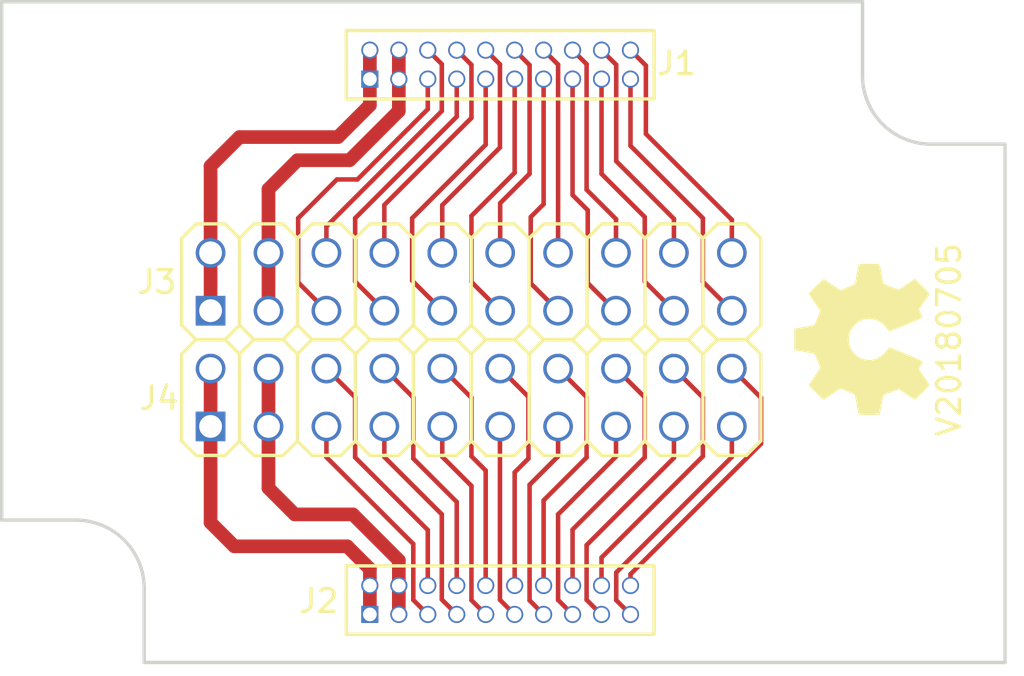
<source format=kicad_pcb>
(kicad_pcb (version 4) (host pcbnew 4.0.7-e2-6376~61~ubuntu18.04.1)

  (general
    (links 44)
    (no_connects 0)
    (area 127.924999 85.424999 172.075001 114.575001)
    (thickness 1.6)
    (drawings 10)
    (tracks 158)
    (zones 0)
    (modules 8)
    (nets 37)
  )

  (page A4)
  (layers
    (0 F.Cu signal)
    (1 In1.Cu signal)
    (2 In2.Cu signal)
    (31 B.Cu signal)
    (32 B.Adhes user)
    (33 F.Adhes user)
    (34 B.Paste user)
    (35 F.Paste user)
    (36 B.SilkS user)
    (37 F.SilkS user)
    (38 B.Mask user)
    (39 F.Mask user)
    (40 Dwgs.User user)
    (41 Cmts.User user)
    (42 Eco1.User user)
    (43 Eco2.User user)
    (44 Edge.Cuts user)
    (45 Margin user)
    (46 B.CrtYd user)
    (47 F.CrtYd user)
    (48 B.Fab user)
    (49 F.Fab user)
  )

  (setup
    (last_trace_width 0.127)
    (user_trace_width 0.127)
    (user_trace_width 0.2)
    (user_trace_width 0.3)
    (user_trace_width 0.4)
    (user_trace_width 0.6)
    (user_trace_width 1)
    (user_trace_width 1.5)
    (user_trace_width 2)
    (trace_clearance 0.127)
    (zone_clearance 0.508)
    (zone_45_only no)
    (trace_min 0.127)
    (segment_width 0.2)
    (edge_width 0.15)
    (via_size 0.381)
    (via_drill 0.254)
    (via_min_size 0.3556)
    (via_min_drill 0.254)
    (user_via 0.3556 0.254)
    (user_via 0.55 0.4)
    (user_via 0.75 0.6)
    (user_via 0.95 0.8)
    (user_via 1.3 1)
    (user_via 1.5 1.2)
    (user_via 1.7 1.4)
    (user_via 1.9 1.6)
    (uvia_size 0.381)
    (uvia_drill 0.254)
    (uvias_allowed no)
    (uvia_min_size 0.381)
    (uvia_min_drill 0.254)
    (pcb_text_width 0.3)
    (pcb_text_size 1.5 1.5)
    (mod_edge_width 0.15)
    (mod_text_size 1 1)
    (mod_text_width 0.15)
    (pad_size 1.524 1.524)
    (pad_drill 0.762)
    (pad_to_mask_clearance 0.1)
    (aux_axis_origin 0 0)
    (visible_elements FFFFFF7F)
    (pcbplotparams
      (layerselection 0x00030_80000001)
      (usegerberextensions false)
      (excludeedgelayer true)
      (linewidth 0.100000)
      (plotframeref false)
      (viasonmask false)
      (mode 1)
      (useauxorigin false)
      (hpglpennumber 1)
      (hpglpenspeed 20)
      (hpglpendiameter 15)
      (hpglpenoverlay 2)
      (psnegative false)
      (psa4output false)
      (plotreference true)
      (plotvalue true)
      (plotinvisibletext false)
      (padsonsilk false)
      (subtractmaskfromsilk false)
      (outputformat 1)
      (mirror false)
      (drillshape 1)
      (scaleselection 1)
      (outputdirectory ""))
  )

  (net 0 "")
  (net 1 VDDA)
  (net 2 VSSA)
  (net 3 VDD)
  (net 4 VSS)
  (net 5 /ANALOG_00)
  (net 6 /ANALOG_01)
  (net 7 /ANALOG_02)
  (net 8 /ANALOG_03)
  (net 9 /ANALOG_04)
  (net 10 /ANALOG_05)
  (net 11 /ANALOG_06)
  (net 12 /ANALOG_07)
  (net 13 /ANALOG_08)
  (net 14 /ANALOG_09)
  (net 15 /ANALOG_10)
  (net 16 /ANALOG_11)
  (net 17 /ANALOG_12)
  (net 18 /ANALOG_13)
  (net 19 /ANALOG_14)
  (net 20 /ANALOG_15)
  (net 21 /DIGITAL_00)
  (net 22 /DIGITAL_01)
  (net 23 /DIGITAL_02)
  (net 24 /DIGITAL_03)
  (net 25 /DIGITAL_04)
  (net 26 /DIGITAL_05)
  (net 27 /DIGITAL_06)
  (net 28 /DIGITAL_07)
  (net 29 /DIGITAL_08)
  (net 30 /DIGITAL_09)
  (net 31 /DIGITAL_10)
  (net 32 /DIGITAL_11)
  (net 33 /DIGITAL_12)
  (net 34 /DIGITAL_13)
  (net 35 /DIGITAL_14)
  (net 36 /DIGITAL_15)

  (net_class Default "This is the default net class."
    (clearance 0.127)
    (trace_width 0.127)
    (via_dia 0.381)
    (via_drill 0.254)
    (uvia_dia 0.381)
    (uvia_drill 0.254)
    (add_net /ANALOG_00)
    (add_net /ANALOG_01)
    (add_net /ANALOG_02)
    (add_net /ANALOG_03)
    (add_net /ANALOG_04)
    (add_net /ANALOG_05)
    (add_net /ANALOG_06)
    (add_net /ANALOG_07)
    (add_net /ANALOG_08)
    (add_net /ANALOG_09)
    (add_net /ANALOG_10)
    (add_net /ANALOG_11)
    (add_net /ANALOG_12)
    (add_net /ANALOG_13)
    (add_net /ANALOG_14)
    (add_net /ANALOG_15)
    (add_net /DIGITAL_00)
    (add_net /DIGITAL_01)
    (add_net /DIGITAL_02)
    (add_net /DIGITAL_03)
    (add_net /DIGITAL_04)
    (add_net /DIGITAL_05)
    (add_net /DIGITAL_06)
    (add_net /DIGITAL_07)
    (add_net /DIGITAL_08)
    (add_net /DIGITAL_09)
    (add_net /DIGITAL_10)
    (add_net /DIGITAL_11)
    (add_net /DIGITAL_12)
    (add_net /DIGITAL_13)
    (add_net /DIGITAL_14)
    (add_net /DIGITAL_15)
    (add_net VDD)
    (add_net VDDA)
    (add_net VSS)
    (add_net VSSA)
  )

  (module Symbols:OSHW-Symbol_6.7x6mm_SilkScreen (layer F.Cu) (tedit 0) (tstamp 5A135134)
    (at 165.735 100.33 90)
    (descr "Open Source Hardware Symbol")
    (tags "Logo Symbol OSHW")
    (path /5A135869)
    (attr virtual)
    (fp_text reference N1 (at 0 0 90) (layer F.SilkS) hide
      (effects (font (size 1 1) (thickness 0.15)))
    )
    (fp_text value OHWLOGO (at 0.75 0 90) (layer F.Fab) hide
      (effects (font (size 1 1) (thickness 0.15)))
    )
    (fp_poly (pts (xy 0.555814 -2.531069) (xy 0.639635 -2.086445) (xy 0.94892 -1.958947) (xy 1.258206 -1.831449)
      (xy 1.629246 -2.083754) (xy 1.733157 -2.154004) (xy 1.827087 -2.216728) (xy 1.906652 -2.269062)
      (xy 1.96747 -2.308143) (xy 2.005157 -2.331107) (xy 2.015421 -2.336058) (xy 2.03391 -2.323324)
      (xy 2.07342 -2.288118) (xy 2.129522 -2.234938) (xy 2.197787 -2.168282) (xy 2.273786 -2.092646)
      (xy 2.353092 -2.012528) (xy 2.431275 -1.932426) (xy 2.503907 -1.856836) (xy 2.566559 -1.790255)
      (xy 2.614803 -1.737182) (xy 2.64421 -1.702113) (xy 2.651241 -1.690377) (xy 2.641123 -1.66874)
      (xy 2.612759 -1.621338) (xy 2.569129 -1.552807) (xy 2.513218 -1.467785) (xy 2.448006 -1.370907)
      (xy 2.410219 -1.31565) (xy 2.341343 -1.214752) (xy 2.28014 -1.123701) (xy 2.229578 -1.04703)
      (xy 2.192628 -0.989272) (xy 2.172258 -0.954957) (xy 2.169197 -0.947746) (xy 2.176136 -0.927252)
      (xy 2.195051 -0.879487) (xy 2.223087 -0.811168) (xy 2.257391 -0.729011) (xy 2.295109 -0.63973)
      (xy 2.333387 -0.550042) (xy 2.36937 -0.466662) (xy 2.400206 -0.396306) (xy 2.423039 -0.34569)
      (xy 2.435017 -0.321529) (xy 2.435724 -0.320578) (xy 2.454531 -0.315964) (xy 2.504618 -0.305672)
      (xy 2.580793 -0.290713) (xy 2.677865 -0.272099) (xy 2.790643 -0.250841) (xy 2.856442 -0.238582)
      (xy 2.97695 -0.215638) (xy 3.085797 -0.193805) (xy 3.177476 -0.174278) (xy 3.246481 -0.158252)
      (xy 3.287304 -0.146921) (xy 3.295511 -0.143326) (xy 3.303548 -0.118994) (xy 3.310033 -0.064041)
      (xy 3.31497 0.015108) (xy 3.318364 0.112026) (xy 3.320218 0.220287) (xy 3.320538 0.333465)
      (xy 3.319327 0.445135) (xy 3.31659 0.548868) (xy 3.312331 0.638241) (xy 3.306555 0.706826)
      (xy 3.299267 0.748197) (xy 3.294895 0.75681) (xy 3.268764 0.767133) (xy 3.213393 0.781892)
      (xy 3.136107 0.799352) (xy 3.04423 0.81778) (xy 3.012158 0.823741) (xy 2.857524 0.852066)
      (xy 2.735375 0.874876) (xy 2.641673 0.89308) (xy 2.572384 0.907583) (xy 2.523471 0.919292)
      (xy 2.490897 0.929115) (xy 2.470628 0.937956) (xy 2.458626 0.946724) (xy 2.456947 0.948457)
      (xy 2.440184 0.976371) (xy 2.414614 1.030695) (xy 2.382788 1.104777) (xy 2.34726 1.191965)
      (xy 2.310583 1.285608) (xy 2.275311 1.379052) (xy 2.243996 1.465647) (xy 2.219193 1.53874)
      (xy 2.203454 1.591678) (xy 2.199332 1.617811) (xy 2.199676 1.618726) (xy 2.213641 1.640086)
      (xy 2.245322 1.687084) (xy 2.291391 1.754827) (xy 2.348518 1.838423) (xy 2.413373 1.932982)
      (xy 2.431843 1.959854) (xy 2.497699 2.057275) (xy 2.55565 2.146163) (xy 2.602538 2.221412)
      (xy 2.635207 2.27792) (xy 2.6505 2.310581) (xy 2.651241 2.314593) (xy 2.638392 2.335684)
      (xy 2.602888 2.377464) (xy 2.549293 2.435445) (xy 2.482171 2.505135) (xy 2.406087 2.582045)
      (xy 2.325604 2.661683) (xy 2.245287 2.739561) (xy 2.169699 2.811186) (xy 2.103405 2.87207)
      (xy 2.050969 2.917721) (xy 2.016955 2.94365) (xy 2.007545 2.947883) (xy 1.985643 2.937912)
      (xy 1.9408 2.91102) (xy 1.880321 2.871736) (xy 1.833789 2.840117) (xy 1.749475 2.782098)
      (xy 1.649626 2.713784) (xy 1.549473 2.645579) (xy 1.495627 2.609075) (xy 1.313371 2.4858)
      (xy 1.160381 2.56852) (xy 1.090682 2.604759) (xy 1.031414 2.632926) (xy 0.991311 2.648991)
      (xy 0.981103 2.651226) (xy 0.968829 2.634722) (xy 0.944613 2.588082) (xy 0.910263 2.515609)
      (xy 0.867588 2.421606) (xy 0.818394 2.310374) (xy 0.76449 2.186215) (xy 0.707684 2.053432)
      (xy 0.649782 1.916327) (xy 0.592593 1.779202) (xy 0.537924 1.646358) (xy 0.487584 1.522098)
      (xy 0.44338 1.410725) (xy 0.407119 1.316539) (xy 0.380609 1.243844) (xy 0.365658 1.196941)
      (xy 0.363254 1.180833) (xy 0.382311 1.160286) (xy 0.424036 1.126933) (xy 0.479706 1.087702)
      (xy 0.484378 1.084599) (xy 0.628264 0.969423) (xy 0.744283 0.835053) (xy 0.83143 0.685784)
      (xy 0.888699 0.525913) (xy 0.915086 0.359737) (xy 0.909585 0.191552) (xy 0.87119 0.025655)
      (xy 0.798895 -0.133658) (xy 0.777626 -0.168513) (xy 0.666996 -0.309263) (xy 0.536302 -0.422286)
      (xy 0.390064 -0.506997) (xy 0.232808 -0.562806) (xy 0.069057 -0.589126) (xy -0.096667 -0.58537)
      (xy -0.259838 -0.55095) (xy -0.415935 -0.485277) (xy -0.560433 -0.387765) (xy -0.605131 -0.348187)
      (xy -0.718888 -0.224297) (xy -0.801782 -0.093876) (xy -0.858644 0.052315) (xy -0.890313 0.197088)
      (xy -0.898131 0.35986) (xy -0.872062 0.52344) (xy -0.814755 0.682298) (xy -0.728856 0.830906)
      (xy -0.617014 0.963735) (xy -0.481877 1.075256) (xy -0.464117 1.087011) (xy -0.40785 1.125508)
      (xy -0.365077 1.158863) (xy -0.344628 1.18016) (xy -0.344331 1.180833) (xy -0.348721 1.203871)
      (xy -0.366124 1.256157) (xy -0.394732 1.33339) (xy -0.432735 1.431268) (xy -0.478326 1.545491)
      (xy -0.529697 1.671758) (xy -0.585038 1.805767) (xy -0.642542 1.943218) (xy -0.700399 2.079808)
      (xy -0.756802 2.211237) (xy -0.809942 2.333205) (xy -0.85801 2.441409) (xy -0.899199 2.531549)
      (xy -0.931699 2.599323) (xy -0.953703 2.64043) (xy -0.962564 2.651226) (xy -0.98964 2.642819)
      (xy -1.040303 2.620272) (xy -1.105817 2.587613) (xy -1.141841 2.56852) (xy -1.294832 2.4858)
      (xy -1.477088 2.609075) (xy -1.570125 2.672228) (xy -1.671985 2.741727) (xy -1.767438 2.807165)
      (xy -1.81525 2.840117) (xy -1.882495 2.885273) (xy -1.939436 2.921057) (xy -1.978646 2.942938)
      (xy -1.991381 2.947563) (xy -2.009917 2.935085) (xy -2.050941 2.900252) (xy -2.110475 2.846678)
      (xy -2.184542 2.777983) (xy -2.269165 2.697781) (xy -2.322685 2.646286) (xy -2.416319 2.554286)
      (xy -2.497241 2.471999) (xy -2.562177 2.402945) (xy -2.607858 2.350644) (xy -2.631011 2.318616)
      (xy -2.633232 2.312116) (xy -2.622924 2.287394) (xy -2.594439 2.237405) (xy -2.550937 2.167212)
      (xy -2.495577 2.081875) (xy -2.43152 1.986456) (xy -2.413303 1.959854) (xy -2.346927 1.863167)
      (xy -2.287378 1.776117) (xy -2.237984 1.703595) (xy -2.202075 1.650493) (xy -2.182981 1.621703)
      (xy -2.181136 1.618726) (xy -2.183895 1.595782) (xy -2.198538 1.545336) (xy -2.222513 1.474041)
      (xy -2.253266 1.388547) (xy -2.288244 1.295507) (xy -2.324893 1.201574) (xy -2.360661 1.113399)
      (xy -2.392994 1.037634) (xy -2.419338 0.980931) (xy -2.437142 0.949943) (xy -2.438407 0.948457)
      (xy -2.449294 0.939601) (xy -2.467682 0.930843) (xy -2.497606 0.921277) (xy -2.543103 0.909996)
      (xy -2.608209 0.896093) (xy -2.696961 0.878663) (xy -2.813393 0.856798) (xy -2.961542 0.829591)
      (xy -2.993618 0.823741) (xy -3.088686 0.805374) (xy -3.171565 0.787405) (xy -3.23493 0.771569)
      (xy -3.271458 0.7596) (xy -3.276356 0.75681) (xy -3.284427 0.732072) (xy -3.290987 0.67679)
      (xy -3.296033 0.597389) (xy -3.299559 0.500296) (xy -3.301561 0.391938) (xy -3.302036 0.27874)
      (xy -3.300977 0.167128) (xy -3.298382 0.063529) (xy -3.294246 -0.025632) (xy -3.288563 -0.093928)
      (xy -3.281331 -0.134934) (xy -3.276971 -0.143326) (xy -3.252698 -0.151792) (xy -3.197426 -0.165565)
      (xy -3.116662 -0.18345) (xy -3.015912 -0.204252) (xy -2.900683 -0.226777) (xy -2.837902 -0.238582)
      (xy -2.718787 -0.260849) (xy -2.612565 -0.281021) (xy -2.524427 -0.298085) (xy -2.459566 -0.311031)
      (xy -2.423174 -0.318845) (xy -2.417184 -0.320578) (xy -2.407061 -0.34011) (xy -2.385662 -0.387157)
      (xy -2.355839 -0.454997) (xy -2.320445 -0.536909) (xy -2.282332 -0.626172) (xy -2.244353 -0.716065)
      (xy -2.20936 -0.799865) (xy -2.180206 -0.870853) (xy -2.159743 -0.922306) (xy -2.150823 -0.947503)
      (xy -2.150657 -0.948604) (xy -2.160769 -0.968481) (xy -2.189117 -1.014223) (xy -2.232723 -1.081283)
      (xy -2.288606 -1.165116) (xy -2.353787 -1.261174) (xy -2.391679 -1.31635) (xy -2.460725 -1.417519)
      (xy -2.52205 -1.50937) (xy -2.572663 -1.587256) (xy -2.609571 -1.646531) (xy -2.629782 -1.682549)
      (xy -2.632701 -1.690623) (xy -2.620153 -1.709416) (xy -2.585463 -1.749543) (xy -2.533063 -1.806507)
      (xy -2.467384 -1.875815) (xy -2.392856 -1.952969) (xy -2.313913 -2.033475) (xy -2.234983 -2.112837)
      (xy -2.1605 -2.18656) (xy -2.094894 -2.250148) (xy -2.042596 -2.299106) (xy -2.008039 -2.328939)
      (xy -1.996478 -2.336058) (xy -1.977654 -2.326047) (xy -1.932631 -2.297922) (xy -1.865787 -2.254546)
      (xy -1.781499 -2.198782) (xy -1.684144 -2.133494) (xy -1.610707 -2.083754) (xy -1.239667 -1.831449)
      (xy -0.621095 -2.086445) (xy -0.537275 -2.531069) (xy -0.453454 -2.975693) (xy 0.471994 -2.975693)
      (xy 0.555814 -2.531069)) (layer F.SilkS) (width 0.01))
  )

  (module SquantorLabels:Label_version (layer F.Cu) (tedit 5B1D7EC5) (tstamp 5A135138)
    (at 170 100 90)
    (path /5A1357A5)
    (fp_text reference N2 (at 0 2 90) (layer F.Fab) hide
      (effects (font (size 1 1) (thickness 0.15)))
    )
    (fp_text value V20180705 (at -0.33 -0.455 90) (layer F.SilkS)
      (effects (font (size 1 1) (thickness 0.15)))
    )
  )

  (module SquantorPcbOutline:MountingHole_2.5mm_no_metal locked (layer F.Cu) (tedit 5B1D0196) (tstamp 5B1D07E7)
    (at 140 88.25)
    (path /5B1CFFB9)
    (fp_text reference H1 (at 0 -3) (layer F.SilkS) hide
      (effects (font (size 1 1) (thickness 0.15)))
    )
    (fp_text value Drill_Hole_no_metal (at 0 3) (layer F.Fab) hide
      (effects (font (size 1 1) (thickness 0.15)))
    )
    (pad "" np_thru_hole circle (at 0 0) (size 2.5 2.5) (drill 2.5) (layers *.Cu *.Mask))
  )

  (module SquantorPcbOutline:MountingHole_2.5mm_no_metal locked (layer F.Cu) (tedit 5B1D018E) (tstamp 5B1D07EC)
    (at 160 111.75)
    (path /5B1D000C)
    (fp_text reference H2 (at 0 -3) (layer F.SilkS) hide
      (effects (font (size 1 1) (thickness 0.15)))
    )
    (fp_text value Drill_Hole_no_metal (at 0 3) (layer F.Fab) hide
      (effects (font (size 1 1) (thickness 0.15)))
    )
    (pad "" np_thru_hole circle (at 0 0) (size 2.5 2.5) (drill 2.5) (layers *.Cu *.Mask))
  )

  (module SquantorConnectors:Header-0127-2X10-H006 locked (layer F.Cu) (tedit 5B313BA7) (tstamp 5B3A726E)
    (at 149.86 88.265)
    (path /5B1D0821)
    (fp_text reference J1 (at 7.74 -0.065) (layer F.SilkS)
      (effects (font (size 1 1) (thickness 0.15)))
    )
    (fp_text value Conn_02x10_Odd_Even (at 0 2.5) (layer F.Fab)
      (effects (font (size 1 1) (thickness 0.15)))
    )
    (fp_line (start 6.75 -1.5) (end 6.5 -1.5) (layer F.SilkS) (width 0.15))
    (fp_line (start 6.75 1.5) (end 6.75 -1.5) (layer F.SilkS) (width 0.15))
    (fp_line (start 6.5 1.5) (end 6.75 1.5) (layer F.SilkS) (width 0.15))
    (fp_line (start -6.75 1.5) (end -6.5 1.5) (layer F.SilkS) (width 0.15))
    (fp_line (start -6.75 -1.5) (end -6.75 1.5) (layer F.SilkS) (width 0.15))
    (fp_line (start -6.5 -1.5) (end -6.75 -1.5) (layer F.SilkS) (width 0.15))
    (fp_line (start 6.5 1.5) (end -6.5 1.5) (layer F.SilkS) (width 0.15))
    (fp_line (start -6.5 -1.5) (end 6.5 -1.5) (layer F.SilkS) (width 0.15))
    (pad 1 thru_hole rect (at -5.715 0.63089) (size 0.75 0.75) (drill 0.6) (layers *.Cu *.Mask)
      (net 1 VDDA))
    (pad 2 thru_hole circle (at -5.715 -0.63911) (size 0.75 0.75) (drill 0.6) (layers *.Cu *.Mask)
      (net 1 VDDA))
    (pad 3 thru_hole circle (at -4.445 0.63089) (size 0.75 0.75) (drill 0.6) (layers *.Cu *.Mask)
      (net 2 VSSA))
    (pad 4 thru_hole circle (at -4.445 -0.63911) (size 0.75 0.75) (drill 0.6) (layers *.Cu *.Mask)
      (net 2 VSSA))
    (pad 5 thru_hole circle (at -3.175 0.63089) (size 0.75 0.75) (drill 0.6) (layers *.Cu *.Mask)
      (net 5 /ANALOG_00))
    (pad 6 thru_hole circle (at -3.175 -0.63911) (size 0.75 0.75) (drill 0.6) (layers *.Cu *.Mask)
      (net 6 /ANALOG_01))
    (pad 7 thru_hole circle (at -1.905 0.63089) (size 0.75 0.75) (drill 0.6) (layers *.Cu *.Mask)
      (net 7 /ANALOG_02))
    (pad 8 thru_hole circle (at -1.905 -0.63911) (size 0.75 0.75) (drill 0.6) (layers *.Cu *.Mask)
      (net 8 /ANALOG_03))
    (pad 9 thru_hole circle (at -0.635 0.63089) (size 0.75 0.75) (drill 0.6) (layers *.Cu *.Mask)
      (net 9 /ANALOG_04))
    (pad 10 thru_hole circle (at -0.635 -0.63911) (size 0.75 0.75) (drill 0.6) (layers *.Cu *.Mask)
      (net 10 /ANALOG_05))
    (pad 11 thru_hole circle (at 0.635 0.63089) (size 0.75 0.75) (drill 0.6) (layers *.Cu *.Mask)
      (net 11 /ANALOG_06))
    (pad 12 thru_hole circle (at 0.635 -0.63911) (size 0.75 0.75) (drill 0.6) (layers *.Cu *.Mask)
      (net 12 /ANALOG_07))
    (pad 13 thru_hole circle (at 1.905 0.63089) (size 0.75 0.75) (drill 0.6) (layers *.Cu *.Mask)
      (net 13 /ANALOG_08))
    (pad 14 thru_hole circle (at 1.905 -0.63911) (size 0.75 0.75) (drill 0.6) (layers *.Cu *.Mask)
      (net 14 /ANALOG_09))
    (pad 15 thru_hole circle (at 3.175 0.63089) (size 0.75 0.75) (drill 0.6) (layers *.Cu *.Mask)
      (net 15 /ANALOG_10))
    (pad 16 thru_hole circle (at 3.175 -0.63911) (size 0.75 0.75) (drill 0.6) (layers *.Cu *.Mask)
      (net 16 /ANALOG_11))
    (pad 17 thru_hole circle (at 4.445 0.63089) (size 0.75 0.75) (drill 0.6) (layers *.Cu *.Mask)
      (net 17 /ANALOG_12))
    (pad 18 thru_hole circle (at 4.445 -0.63911) (size 0.75 0.75) (drill 0.6) (layers *.Cu *.Mask)
      (net 18 /ANALOG_13))
    (pad 19 thru_hole circle (at 5.715 0.63089) (size 0.75 0.75) (drill 0.6) (layers *.Cu *.Mask)
      (net 19 /ANALOG_14))
    (pad 20 thru_hole circle (at 5.715 -0.63911) (size 0.75 0.75) (drill 0.6) (layers *.Cu *.Mask)
      (net 20 /ANALOG_15))
  )

  (module SquantorConnectors:Header-0127-2X10-H006 locked (layer F.Cu) (tedit 5B313BA7) (tstamp 5B3A728D)
    (at 149.86 111.76)
    (path /5B1D18B3)
    (fp_text reference J2 (at -7.96 0.04) (layer F.SilkS)
      (effects (font (size 1 1) (thickness 0.15)))
    )
    (fp_text value Conn_02x10_Odd_Even (at 0 2.5) (layer F.Fab)
      (effects (font (size 1 1) (thickness 0.15)))
    )
    (fp_line (start 6.75 -1.5) (end 6.5 -1.5) (layer F.SilkS) (width 0.15))
    (fp_line (start 6.75 1.5) (end 6.75 -1.5) (layer F.SilkS) (width 0.15))
    (fp_line (start 6.5 1.5) (end 6.75 1.5) (layer F.SilkS) (width 0.15))
    (fp_line (start -6.75 1.5) (end -6.5 1.5) (layer F.SilkS) (width 0.15))
    (fp_line (start -6.75 -1.5) (end -6.75 1.5) (layer F.SilkS) (width 0.15))
    (fp_line (start -6.5 -1.5) (end -6.75 -1.5) (layer F.SilkS) (width 0.15))
    (fp_line (start 6.5 1.5) (end -6.5 1.5) (layer F.SilkS) (width 0.15))
    (fp_line (start -6.5 -1.5) (end 6.5 -1.5) (layer F.SilkS) (width 0.15))
    (pad 1 thru_hole rect (at -5.715 0.63089) (size 0.75 0.75) (drill 0.6) (layers *.Cu *.Mask)
      (net 3 VDD))
    (pad 2 thru_hole circle (at -5.715 -0.63911) (size 0.75 0.75) (drill 0.6) (layers *.Cu *.Mask)
      (net 3 VDD))
    (pad 3 thru_hole circle (at -4.445 0.63089) (size 0.75 0.75) (drill 0.6) (layers *.Cu *.Mask)
      (net 4 VSS))
    (pad 4 thru_hole circle (at -4.445 -0.63911) (size 0.75 0.75) (drill 0.6) (layers *.Cu *.Mask)
      (net 4 VSS))
    (pad 5 thru_hole circle (at -3.175 0.63089) (size 0.75 0.75) (drill 0.6) (layers *.Cu *.Mask)
      (net 21 /DIGITAL_00))
    (pad 6 thru_hole circle (at -3.175 -0.63911) (size 0.75 0.75) (drill 0.6) (layers *.Cu *.Mask)
      (net 22 /DIGITAL_01))
    (pad 7 thru_hole circle (at -1.905 0.63089) (size 0.75 0.75) (drill 0.6) (layers *.Cu *.Mask)
      (net 23 /DIGITAL_02))
    (pad 8 thru_hole circle (at -1.905 -0.63911) (size 0.75 0.75) (drill 0.6) (layers *.Cu *.Mask)
      (net 24 /DIGITAL_03))
    (pad 9 thru_hole circle (at -0.635 0.63089) (size 0.75 0.75) (drill 0.6) (layers *.Cu *.Mask)
      (net 25 /DIGITAL_04))
    (pad 10 thru_hole circle (at -0.635 -0.63911) (size 0.75 0.75) (drill 0.6) (layers *.Cu *.Mask)
      (net 26 /DIGITAL_05))
    (pad 11 thru_hole circle (at 0.635 0.63089) (size 0.75 0.75) (drill 0.6) (layers *.Cu *.Mask)
      (net 27 /DIGITAL_06))
    (pad 12 thru_hole circle (at 0.635 -0.63911) (size 0.75 0.75) (drill 0.6) (layers *.Cu *.Mask)
      (net 28 /DIGITAL_07))
    (pad 13 thru_hole circle (at 1.905 0.63089) (size 0.75 0.75) (drill 0.6) (layers *.Cu *.Mask)
      (net 29 /DIGITAL_08))
    (pad 14 thru_hole circle (at 1.905 -0.63911) (size 0.75 0.75) (drill 0.6) (layers *.Cu *.Mask)
      (net 30 /DIGITAL_09))
    (pad 15 thru_hole circle (at 3.175 0.63089) (size 0.75 0.75) (drill 0.6) (layers *.Cu *.Mask)
      (net 31 /DIGITAL_10))
    (pad 16 thru_hole circle (at 3.175 -0.63911) (size 0.75 0.75) (drill 0.6) (layers *.Cu *.Mask)
      (net 32 /DIGITAL_11))
    (pad 17 thru_hole circle (at 4.445 0.63089) (size 0.75 0.75) (drill 0.6) (layers *.Cu *.Mask)
      (net 33 /DIGITAL_12))
    (pad 18 thru_hole circle (at 4.445 -0.63911) (size 0.75 0.75) (drill 0.6) (layers *.Cu *.Mask)
      (net 34 /DIGITAL_13))
    (pad 19 thru_hole circle (at 5.715 0.63089) (size 0.75 0.75) (drill 0.6) (layers *.Cu *.Mask)
      (net 35 /DIGITAL_14))
    (pad 20 thru_hole circle (at 5.715 -0.63911) (size 0.75 0.75) (drill 0.6) (layers *.Cu *.Mask)
      (net 36 /DIGITAL_15))
  )

  (module SquantorConnectors:Header-0245-2X10-H010 (layer F.Cu) (tedit 5B37AFDE) (tstamp 5B2308B5)
    (at 148.59 102.87)
    (descr "PIN HEADER")
    (tags "PIN HEADER")
    (path /5B1D2BFF)
    (attr virtual)
    (fp_text reference J4 (at -13.69 0.03) (layer F.SilkS)
      (effects (font (size 1 1) (thickness 0.15)))
    )
    (fp_text value Conn_02x10_Odd_Even (at 0 3.81) (layer F.Fab)
      (effects (font (size 1 1) (thickness 0.15)))
    )
    (fp_line (start -12.7 1.905) (end -12.065 2.54) (layer F.SilkS) (width 0.15))
    (fp_line (start -10.795 2.54) (end -10.16 1.905) (layer F.SilkS) (width 0.15))
    (fp_line (start -10.16 1.905) (end -9.525 2.54) (layer F.SilkS) (width 0.15))
    (fp_line (start -8.255 2.54) (end -7.62 1.905) (layer F.SilkS) (width 0.15))
    (fp_line (start -7.62 1.905) (end -6.985 2.54) (layer F.SilkS) (width 0.15))
    (fp_line (start -5.715 2.54) (end -5.08 1.905) (layer F.SilkS) (width 0.15))
    (fp_line (start -5.08 1.905) (end -4.445 2.54) (layer F.SilkS) (width 0.15))
    (fp_line (start -3.175 2.54) (end -2.54 1.905) (layer F.SilkS) (width 0.15))
    (fp_line (start -2.54 1.905) (end -1.905 2.54) (layer F.SilkS) (width 0.15))
    (fp_line (start -0.635 2.54) (end 0 1.905) (layer F.SilkS) (width 0.15))
    (fp_line (start 0 1.905) (end 0.635 2.54) (layer F.SilkS) (width 0.15))
    (fp_line (start 1.905 2.54) (end 2.54 1.905) (layer F.SilkS) (width 0.15))
    (fp_line (start -12.7 1.905) (end -12.7 -1.905) (layer F.SilkS) (width 0.15))
    (fp_line (start -12.7 -1.905) (end -12.065 -2.54) (layer F.SilkS) (width 0.15))
    (fp_line (start -12.065 -2.54) (end -10.795 -2.54) (layer F.SilkS) (width 0.15))
    (fp_line (start -10.795 -2.54) (end -10.16 -1.905) (layer F.SilkS) (width 0.15))
    (fp_line (start -10.16 -1.905) (end -9.525 -2.54) (layer F.SilkS) (width 0.15))
    (fp_line (start -9.525 -2.54) (end -8.255 -2.54) (layer F.SilkS) (width 0.15))
    (fp_line (start -8.255 -2.54) (end -7.62 -1.905) (layer F.SilkS) (width 0.15))
    (fp_line (start -7.62 -1.905) (end -6.985 -2.54) (layer F.SilkS) (width 0.15))
    (fp_line (start -6.985 -2.54) (end -5.715 -2.54) (layer F.SilkS) (width 0.15))
    (fp_line (start -5.715 -2.54) (end -5.08 -1.905) (layer F.SilkS) (width 0.15))
    (fp_line (start -5.08 -1.905) (end -4.445 -2.54) (layer F.SilkS) (width 0.15))
    (fp_line (start -4.445 -2.54) (end -3.175 -2.54) (layer F.SilkS) (width 0.15))
    (fp_line (start -3.175 -2.54) (end -2.54 -1.905) (layer F.SilkS) (width 0.15))
    (fp_line (start -2.54 -1.905) (end -1.905 -2.54) (layer F.SilkS) (width 0.15))
    (fp_line (start -1.905 -2.54) (end -0.635 -2.54) (layer F.SilkS) (width 0.15))
    (fp_line (start -0.635 -2.54) (end 0 -1.905) (layer F.SilkS) (width 0.15))
    (fp_line (start 0 -1.905) (end 0.635 -2.54) (layer F.SilkS) (width 0.15))
    (fp_line (start 0.635 -2.54) (end 1.905 -2.54) (layer F.SilkS) (width 0.15))
    (fp_line (start 1.905 -2.54) (end 2.54 -1.905) (layer F.SilkS) (width 0.15))
    (fp_line (start 2.54 -1.905) (end 3.175 -2.54) (layer F.SilkS) (width 0.15))
    (fp_line (start 3.175 -2.54) (end 4.445 -2.54) (layer F.SilkS) (width 0.15))
    (fp_line (start 4.445 -2.54) (end 5.08 -1.905) (layer F.SilkS) (width 0.15))
    (fp_line (start 5.08 -1.905) (end 5.715 -2.54) (layer F.SilkS) (width 0.15))
    (fp_line (start 5.715 -2.54) (end 6.985 -2.54) (layer F.SilkS) (width 0.15))
    (fp_line (start 6.985 -2.54) (end 7.62 -1.905) (layer F.SilkS) (width 0.15))
    (fp_line (start 7.62 -1.905) (end 8.255 -2.54) (layer F.SilkS) (width 0.15))
    (fp_line (start 8.255 -2.54) (end 9.525 -2.54) (layer F.SilkS) (width 0.15))
    (fp_line (start 9.525 -2.54) (end 10.16 -1.905) (layer F.SilkS) (width 0.15))
    (fp_line (start 10.16 1.905) (end 9.525 2.54) (layer F.SilkS) (width 0.15))
    (fp_line (start 7.62 1.905) (end 8.255 2.54) (layer F.SilkS) (width 0.15))
    (fp_line (start 7.62 1.905) (end 6.985 2.54) (layer F.SilkS) (width 0.15))
    (fp_line (start 5.08 1.905) (end 5.715 2.54) (layer F.SilkS) (width 0.15))
    (fp_line (start 5.08 1.905) (end 4.445 2.54) (layer F.SilkS) (width 0.15))
    (fp_line (start 2.54 1.905) (end 3.175 2.54) (layer F.SilkS) (width 0.15))
    (fp_line (start -10.16 -1.905) (end -10.16 1.905) (layer F.SilkS) (width 0.15))
    (fp_line (start -7.62 -1.905) (end -7.62 1.905) (layer F.SilkS) (width 0.15))
    (fp_line (start -5.08 -1.905) (end -5.08 1.905) (layer F.SilkS) (width 0.15))
    (fp_line (start -2.54 -1.905) (end -2.54 1.905) (layer F.SilkS) (width 0.15))
    (fp_line (start 0 -1.905) (end 0 1.905) (layer F.SilkS) (width 0.15))
    (fp_line (start 2.54 -1.905) (end 2.54 1.905) (layer F.SilkS) (width 0.15))
    (fp_line (start 5.08 -1.905) (end 5.08 1.905) (layer F.SilkS) (width 0.15))
    (fp_line (start 7.62 -1.905) (end 7.62 1.905) (layer F.SilkS) (width 0.15))
    (fp_line (start 10.16 -1.905) (end 10.16 1.905) (layer F.SilkS) (width 0.15))
    (fp_line (start 8.255 2.54) (end 9.525 2.54) (layer F.SilkS) (width 0.15))
    (fp_line (start 5.715 2.54) (end 6.985 2.54) (layer F.SilkS) (width 0.15))
    (fp_line (start 3.175 2.54) (end 4.445 2.54) (layer F.SilkS) (width 0.15))
    (fp_line (start 0.635 2.54) (end 1.905 2.54) (layer F.SilkS) (width 0.15))
    (fp_line (start -1.905 2.54) (end -0.635 2.54) (layer F.SilkS) (width 0.15))
    (fp_line (start -4.445 2.54) (end -3.175 2.54) (layer F.SilkS) (width 0.15))
    (fp_line (start -6.985 2.54) (end -5.715 2.54) (layer F.SilkS) (width 0.15))
    (fp_line (start -9.525 2.54) (end -8.255 2.54) (layer F.SilkS) (width 0.15))
    (fp_line (start -12.065 2.54) (end -10.795 2.54) (layer F.SilkS) (width 0.15))
    (fp_line (start 10.16 -1.905) (end 10.795 -2.54) (layer F.SilkS) (width 0.15))
    (fp_line (start 10.795 -2.54) (end 12.065 -2.54) (layer F.SilkS) (width 0.15))
    (fp_line (start 12.065 -2.54) (end 12.7 -1.905) (layer F.SilkS) (width 0.15))
    (fp_line (start 12.7 1.905) (end 12.065 2.54) (layer F.SilkS) (width 0.15))
    (fp_line (start 10.16 1.905) (end 10.795 2.54) (layer F.SilkS) (width 0.15))
    (fp_line (start 12.7 -1.905) (end 12.7 1.905) (layer F.SilkS) (width 0.15))
    (fp_line (start 10.795 2.54) (end 12.065 2.54) (layer F.SilkS) (width 0.15))
    (pad 1 thru_hole rect (at -11.43 1.27) (size 1.3 1.3) (drill 1) (layers *.Cu *.Mask)
      (net 3 VDD))
    (pad 2 thru_hole circle (at -11.43 -1.27) (size 1.3 1.3) (drill 1) (layers *.Cu *.Mask)
      (net 3 VDD))
    (pad 3 thru_hole circle (at -8.89 1.27) (size 1.3 1.3) (drill 1) (layers *.Cu *.Mask)
      (net 4 VSS))
    (pad 4 thru_hole circle (at -8.89 -1.27) (size 1.3 1.3) (drill 1) (layers *.Cu *.Mask)
      (net 4 VSS))
    (pad 5 thru_hole circle (at -6.35 1.27) (size 1.3 1.3) (drill 1) (layers *.Cu *.Mask)
      (net 21 /DIGITAL_00))
    (pad 6 thru_hole circle (at -6.35 -1.27) (size 1.3 1.3) (drill 1) (layers *.Cu *.Mask)
      (net 22 /DIGITAL_01))
    (pad 7 thru_hole circle (at -3.81 1.27) (size 1.3 1.3) (drill 1) (layers *.Cu *.Mask)
      (net 23 /DIGITAL_02))
    (pad 8 thru_hole circle (at -3.81 -1.27) (size 1.3 1.3) (drill 1) (layers *.Cu *.Mask)
      (net 24 /DIGITAL_03))
    (pad 9 thru_hole circle (at -1.27 1.27) (size 1.3 1.3) (drill 1) (layers *.Cu *.Mask)
      (net 25 /DIGITAL_04))
    (pad 10 thru_hole circle (at -1.27 -1.27) (size 1.3 1.3) (drill 1) (layers *.Cu *.Mask)
      (net 26 /DIGITAL_05))
    (pad 11 thru_hole circle (at 1.27 1.27) (size 1.3 1.3) (drill 1) (layers *.Cu *.Mask)
      (net 27 /DIGITAL_06))
    (pad 12 thru_hole circle (at 1.27 -1.27) (size 1.3 1.3) (drill 1) (layers *.Cu *.Mask)
      (net 28 /DIGITAL_07))
    (pad 13 thru_hole circle (at 3.81 1.27) (size 1.3 1.3) (drill 1) (layers *.Cu *.Mask)
      (net 29 /DIGITAL_08))
    (pad 14 thru_hole circle (at 3.81 -1.27) (size 1.3 1.3) (drill 1) (layers *.Cu *.Mask)
      (net 30 /DIGITAL_09))
    (pad 15 thru_hole circle (at 6.35 1.27) (size 1.3 1.3) (drill 1) (layers *.Cu *.Mask)
      (net 31 /DIGITAL_10))
    (pad 16 thru_hole circle (at 6.35 -1.27) (size 1.3 1.3) (drill 1) (layers *.Cu *.Mask)
      (net 32 /DIGITAL_11))
    (pad 17 thru_hole circle (at 8.89 1.27) (size 1.3 1.3) (drill 1) (layers *.Cu *.Mask)
      (net 33 /DIGITAL_12))
    (pad 18 thru_hole circle (at 8.89 -1.27) (size 1.3 1.3) (drill 1) (layers *.Cu *.Mask)
      (net 34 /DIGITAL_13))
    (pad 19 thru_hole circle (at 11.43 1.27) (size 1.3 1.3) (drill 1) (layers *.Cu *.Mask)
      (net 35 /DIGITAL_14))
    (pad 20 thru_hole circle (at 11.43 -1.27) (size 1.3 1.3) (drill 1) (layers *.Cu *.Mask)
      (net 36 /DIGITAL_15))
  )

  (module SquantorConnectors:Header-0245-2X10-H010 (layer F.Cu) (tedit 5B37AFDE) (tstamp 5B230856)
    (at 148.59 97.79)
    (descr "PIN HEADER")
    (tags "PIN HEADER")
    (path /5B1D2BC1)
    (attr virtual)
    (fp_text reference J3 (at -13.79 0.01) (layer F.SilkS)
      (effects (font (size 1 1) (thickness 0.15)))
    )
    (fp_text value Conn_02x10_Odd_Even (at 0 3.81) (layer F.Fab)
      (effects (font (size 1 1) (thickness 0.15)))
    )
    (fp_line (start -12.7 1.905) (end -12.065 2.54) (layer F.SilkS) (width 0.15))
    (fp_line (start -10.795 2.54) (end -10.16 1.905) (layer F.SilkS) (width 0.15))
    (fp_line (start -10.16 1.905) (end -9.525 2.54) (layer F.SilkS) (width 0.15))
    (fp_line (start -8.255 2.54) (end -7.62 1.905) (layer F.SilkS) (width 0.15))
    (fp_line (start -7.62 1.905) (end -6.985 2.54) (layer F.SilkS) (width 0.15))
    (fp_line (start -5.715 2.54) (end -5.08 1.905) (layer F.SilkS) (width 0.15))
    (fp_line (start -5.08 1.905) (end -4.445 2.54) (layer F.SilkS) (width 0.15))
    (fp_line (start -3.175 2.54) (end -2.54 1.905) (layer F.SilkS) (width 0.15))
    (fp_line (start -2.54 1.905) (end -1.905 2.54) (layer F.SilkS) (width 0.15))
    (fp_line (start -0.635 2.54) (end 0 1.905) (layer F.SilkS) (width 0.15))
    (fp_line (start 0 1.905) (end 0.635 2.54) (layer F.SilkS) (width 0.15))
    (fp_line (start 1.905 2.54) (end 2.54 1.905) (layer F.SilkS) (width 0.15))
    (fp_line (start -12.7 1.905) (end -12.7 -1.905) (layer F.SilkS) (width 0.15))
    (fp_line (start -12.7 -1.905) (end -12.065 -2.54) (layer F.SilkS) (width 0.15))
    (fp_line (start -12.065 -2.54) (end -10.795 -2.54) (layer F.SilkS) (width 0.15))
    (fp_line (start -10.795 -2.54) (end -10.16 -1.905) (layer F.SilkS) (width 0.15))
    (fp_line (start -10.16 -1.905) (end -9.525 -2.54) (layer F.SilkS) (width 0.15))
    (fp_line (start -9.525 -2.54) (end -8.255 -2.54) (layer F.SilkS) (width 0.15))
    (fp_line (start -8.255 -2.54) (end -7.62 -1.905) (layer F.SilkS) (width 0.15))
    (fp_line (start -7.62 -1.905) (end -6.985 -2.54) (layer F.SilkS) (width 0.15))
    (fp_line (start -6.985 -2.54) (end -5.715 -2.54) (layer F.SilkS) (width 0.15))
    (fp_line (start -5.715 -2.54) (end -5.08 -1.905) (layer F.SilkS) (width 0.15))
    (fp_line (start -5.08 -1.905) (end -4.445 -2.54) (layer F.SilkS) (width 0.15))
    (fp_line (start -4.445 -2.54) (end -3.175 -2.54) (layer F.SilkS) (width 0.15))
    (fp_line (start -3.175 -2.54) (end -2.54 -1.905) (layer F.SilkS) (width 0.15))
    (fp_line (start -2.54 -1.905) (end -1.905 -2.54) (layer F.SilkS) (width 0.15))
    (fp_line (start -1.905 -2.54) (end -0.635 -2.54) (layer F.SilkS) (width 0.15))
    (fp_line (start -0.635 -2.54) (end 0 -1.905) (layer F.SilkS) (width 0.15))
    (fp_line (start 0 -1.905) (end 0.635 -2.54) (layer F.SilkS) (width 0.15))
    (fp_line (start 0.635 -2.54) (end 1.905 -2.54) (layer F.SilkS) (width 0.15))
    (fp_line (start 1.905 -2.54) (end 2.54 -1.905) (layer F.SilkS) (width 0.15))
    (fp_line (start 2.54 -1.905) (end 3.175 -2.54) (layer F.SilkS) (width 0.15))
    (fp_line (start 3.175 -2.54) (end 4.445 -2.54) (layer F.SilkS) (width 0.15))
    (fp_line (start 4.445 -2.54) (end 5.08 -1.905) (layer F.SilkS) (width 0.15))
    (fp_line (start 5.08 -1.905) (end 5.715 -2.54) (layer F.SilkS) (width 0.15))
    (fp_line (start 5.715 -2.54) (end 6.985 -2.54) (layer F.SilkS) (width 0.15))
    (fp_line (start 6.985 -2.54) (end 7.62 -1.905) (layer F.SilkS) (width 0.15))
    (fp_line (start 7.62 -1.905) (end 8.255 -2.54) (layer F.SilkS) (width 0.15))
    (fp_line (start 8.255 -2.54) (end 9.525 -2.54) (layer F.SilkS) (width 0.15))
    (fp_line (start 9.525 -2.54) (end 10.16 -1.905) (layer F.SilkS) (width 0.15))
    (fp_line (start 10.16 1.905) (end 9.525 2.54) (layer F.SilkS) (width 0.15))
    (fp_line (start 7.62 1.905) (end 8.255 2.54) (layer F.SilkS) (width 0.15))
    (fp_line (start 7.62 1.905) (end 6.985 2.54) (layer F.SilkS) (width 0.15))
    (fp_line (start 5.08 1.905) (end 5.715 2.54) (layer F.SilkS) (width 0.15))
    (fp_line (start 5.08 1.905) (end 4.445 2.54) (layer F.SilkS) (width 0.15))
    (fp_line (start 2.54 1.905) (end 3.175 2.54) (layer F.SilkS) (width 0.15))
    (fp_line (start -10.16 -1.905) (end -10.16 1.905) (layer F.SilkS) (width 0.15))
    (fp_line (start -7.62 -1.905) (end -7.62 1.905) (layer F.SilkS) (width 0.15))
    (fp_line (start -5.08 -1.905) (end -5.08 1.905) (layer F.SilkS) (width 0.15))
    (fp_line (start -2.54 -1.905) (end -2.54 1.905) (layer F.SilkS) (width 0.15))
    (fp_line (start 0 -1.905) (end 0 1.905) (layer F.SilkS) (width 0.15))
    (fp_line (start 2.54 -1.905) (end 2.54 1.905) (layer F.SilkS) (width 0.15))
    (fp_line (start 5.08 -1.905) (end 5.08 1.905) (layer F.SilkS) (width 0.15))
    (fp_line (start 7.62 -1.905) (end 7.62 1.905) (layer F.SilkS) (width 0.15))
    (fp_line (start 10.16 -1.905) (end 10.16 1.905) (layer F.SilkS) (width 0.15))
    (fp_line (start 8.255 2.54) (end 9.525 2.54) (layer F.SilkS) (width 0.15))
    (fp_line (start 5.715 2.54) (end 6.985 2.54) (layer F.SilkS) (width 0.15))
    (fp_line (start 3.175 2.54) (end 4.445 2.54) (layer F.SilkS) (width 0.15))
    (fp_line (start 0.635 2.54) (end 1.905 2.54) (layer F.SilkS) (width 0.15))
    (fp_line (start -1.905 2.54) (end -0.635 2.54) (layer F.SilkS) (width 0.15))
    (fp_line (start -4.445 2.54) (end -3.175 2.54) (layer F.SilkS) (width 0.15))
    (fp_line (start -6.985 2.54) (end -5.715 2.54) (layer F.SilkS) (width 0.15))
    (fp_line (start -9.525 2.54) (end -8.255 2.54) (layer F.SilkS) (width 0.15))
    (fp_line (start -12.065 2.54) (end -10.795 2.54) (layer F.SilkS) (width 0.15))
    (fp_line (start 10.16 -1.905) (end 10.795 -2.54) (layer F.SilkS) (width 0.15))
    (fp_line (start 10.795 -2.54) (end 12.065 -2.54) (layer F.SilkS) (width 0.15))
    (fp_line (start 12.065 -2.54) (end 12.7 -1.905) (layer F.SilkS) (width 0.15))
    (fp_line (start 12.7 1.905) (end 12.065 2.54) (layer F.SilkS) (width 0.15))
    (fp_line (start 10.16 1.905) (end 10.795 2.54) (layer F.SilkS) (width 0.15))
    (fp_line (start 12.7 -1.905) (end 12.7 1.905) (layer F.SilkS) (width 0.15))
    (fp_line (start 10.795 2.54) (end 12.065 2.54) (layer F.SilkS) (width 0.15))
    (pad 1 thru_hole rect (at -11.43 1.27) (size 1.3 1.3) (drill 1) (layers *.Cu *.Mask)
      (net 1 VDDA))
    (pad 2 thru_hole circle (at -11.43 -1.27) (size 1.3 1.3) (drill 1) (layers *.Cu *.Mask)
      (net 1 VDDA))
    (pad 3 thru_hole circle (at -8.89 1.27) (size 1.3 1.3) (drill 1) (layers *.Cu *.Mask)
      (net 2 VSSA))
    (pad 4 thru_hole circle (at -8.89 -1.27) (size 1.3 1.3) (drill 1) (layers *.Cu *.Mask)
      (net 2 VSSA))
    (pad 5 thru_hole circle (at -6.35 1.27) (size 1.3 1.3) (drill 1) (layers *.Cu *.Mask)
      (net 5 /ANALOG_00))
    (pad 6 thru_hole circle (at -6.35 -1.27) (size 1.3 1.3) (drill 1) (layers *.Cu *.Mask)
      (net 6 /ANALOG_01))
    (pad 7 thru_hole circle (at -3.81 1.27) (size 1.3 1.3) (drill 1) (layers *.Cu *.Mask)
      (net 7 /ANALOG_02))
    (pad 8 thru_hole circle (at -3.81 -1.27) (size 1.3 1.3) (drill 1) (layers *.Cu *.Mask)
      (net 8 /ANALOG_03))
    (pad 9 thru_hole circle (at -1.27 1.27) (size 1.3 1.3) (drill 1) (layers *.Cu *.Mask)
      (net 9 /ANALOG_04))
    (pad 10 thru_hole circle (at -1.27 -1.27) (size 1.3 1.3) (drill 1) (layers *.Cu *.Mask)
      (net 10 /ANALOG_05))
    (pad 11 thru_hole circle (at 1.27 1.27) (size 1.3 1.3) (drill 1) (layers *.Cu *.Mask)
      (net 11 /ANALOG_06))
    (pad 12 thru_hole circle (at 1.27 -1.27) (size 1.3 1.3) (drill 1) (layers *.Cu *.Mask)
      (net 12 /ANALOG_07))
    (pad 13 thru_hole circle (at 3.81 1.27) (size 1.3 1.3) (drill 1) (layers *.Cu *.Mask)
      (net 13 /ANALOG_08))
    (pad 14 thru_hole circle (at 3.81 -1.27) (size 1.3 1.3) (drill 1) (layers *.Cu *.Mask)
      (net 14 /ANALOG_09))
    (pad 15 thru_hole circle (at 6.35 1.27) (size 1.3 1.3) (drill 1) (layers *.Cu *.Mask)
      (net 15 /ANALOG_10))
    (pad 16 thru_hole circle (at 6.35 -1.27) (size 1.3 1.3) (drill 1) (layers *.Cu *.Mask)
      (net 16 /ANALOG_11))
    (pad 17 thru_hole circle (at 8.89 1.27) (size 1.3 1.3) (drill 1) (layers *.Cu *.Mask)
      (net 17 /ANALOG_12))
    (pad 18 thru_hole circle (at 8.89 -1.27) (size 1.3 1.3) (drill 1) (layers *.Cu *.Mask)
      (net 18 /ANALOG_13))
    (pad 19 thru_hole circle (at 11.43 1.27) (size 1.3 1.3) (drill 1) (layers *.Cu *.Mask)
      (net 19 /ANALOG_14))
    (pad 20 thru_hole circle (at 11.43 -1.27) (size 1.3 1.3) (drill 1) (layers *.Cu *.Mask)
      (net 20 /ANALOG_15))
  )

  (gr_line (start 165.75 88.75) (end 165.75 85.5) (layer Edge.Cuts) (width 0.15))
  (gr_line (start 172 91.75) (end 168.75 91.75) (layer Edge.Cuts) (width 0.15))
  (gr_arc (start 168.75 88.75) (end 168.75 91.75) (angle 90) (layer Edge.Cuts) (width 0.15))
  (gr_line (start 134.25 111.25) (end 134.25 114.5) (layer Edge.Cuts) (width 0.15))
  (gr_line (start 128 108.25) (end 131.25 108.25) (layer Edge.Cuts) (width 0.15))
  (gr_arc (start 131.25 111.25) (end 131.25 108.25) (angle 90) (layer Edge.Cuts) (width 0.15))
  (gr_line (start 128 85.5) (end 128 108.25) (layer Edge.Cuts) (width 0.15))
  (gr_line (start 165.75 85.5) (end 128 85.5) (layer Edge.Cuts) (width 0.15))
  (gr_line (start 172 114.5) (end 172 91.75) (layer Edge.Cuts) (width 0.15))
  (gr_line (start 134.25 114.5) (end 172 114.5) (layer Edge.Cuts) (width 0.15))

  (segment (start 138.43 91.44) (end 137.16 92.71) (width 0.6) (layer F.Cu) (net 1))
  (segment (start 137.16 92.71) (end 137.16 96.52) (width 0.6) (layer F.Cu) (net 1))
  (segment (start 142.748 91.44) (end 138.43 91.44) (width 0.6) (layer F.Cu) (net 1))
  (segment (start 144.145 90.043) (end 142.748 91.44) (width 0.6) (layer F.Cu) (net 1))
  (segment (start 144.145 88.9) (end 144.145 90.043) (width 0.6) (layer F.Cu) (net 1))
  (segment (start 144.145 88.9) (end 144.145 87.63) (width 0.6) (layer F.Cu) (net 1))
  (segment (start 137.16 99.06) (end 137.16 96.52) (width 0.6) (layer F.Cu) (net 1))
  (segment (start 140.97 92.456) (end 139.7 93.726) (width 0.6) (layer F.Cu) (net 2))
  (segment (start 139.7 93.726) (end 139.7 96.52) (width 0.6) (layer F.Cu) (net 2))
  (segment (start 143.256 92.456) (end 140.97 92.456) (width 0.6) (layer F.Cu) (net 2))
  (segment (start 145.415 90.297) (end 143.256 92.456) (width 0.6) (layer F.Cu) (net 2))
  (segment (start 145.415 88.9) (end 145.415 90.297) (width 0.6) (layer F.Cu) (net 2))
  (segment (start 145.415 88.9) (end 145.415 87.63) (width 0.6) (layer F.Cu) (net 2))
  (segment (start 139.7 99.06) (end 139.7 96.52) (width 0.6) (layer F.Cu) (net 2))
  (segment (start 137.16 104.14) (end 137.16 101.6) (width 0.6) (layer F.Cu) (net 3))
  (segment (start 138.2 109.4) (end 137.16 108.36) (width 0.6) (layer F.Cu) (net 3))
  (segment (start 137.16 108.36) (end 137.16 104.14) (width 0.6) (layer F.Cu) (net 3))
  (segment (start 143.15 109.4) (end 138.2 109.4) (width 0.6) (layer F.Cu) (net 3))
  (segment (start 144.145 110.395) (end 143.15 109.4) (width 0.6) (layer F.Cu) (net 3))
  (segment (start 144.145 111.125) (end 144.145 110.395) (width 0.6) (layer F.Cu) (net 3))
  (segment (start 144.145 112.395) (end 144.145 111.125) (width 0.6) (layer F.Cu) (net 3))
  (segment (start 140.85 108) (end 139.7 106.85) (width 0.6) (layer F.Cu) (net 4))
  (segment (start 139.7 106.85) (end 139.7 104.14) (width 0.6) (layer F.Cu) (net 4))
  (segment (start 143.4 108) (end 140.85 108) (width 0.6) (layer F.Cu) (net 4))
  (segment (start 145.415 110.015) (end 143.4 108) (width 0.6) (layer F.Cu) (net 4))
  (segment (start 145.415 111.125) (end 145.415 110.015) (width 0.6) (layer F.Cu) (net 4))
  (segment (start 139.7 104.14) (end 139.7 101.6) (width 0.6) (layer F.Cu) (net 4))
  (segment (start 145.415 112.395) (end 145.415 111.125) (width 0.6) (layer F.Cu) (net 4))
  (segment (start 141 95) (end 141 97.82) (width 0.2) (layer F.Cu) (net 5))
  (segment (start 141 97.82) (end 142.24 99.06) (width 0.2) (layer F.Cu) (net 5))
  (segment (start 142.7 93.3) (end 141 95) (width 0.2) (layer F.Cu) (net 5))
  (segment (start 143.6 93.3) (end 142.7 93.3) (width 0.2) (layer F.Cu) (net 5))
  (segment (start 146.685 90.215) (end 143.6 93.3) (width 0.2) (layer F.Cu) (net 5))
  (segment (start 146.685 88.89589) (end 146.685 90.215) (width 0.2) (layer F.Cu) (net 5))
  (segment (start 147.3 90.3) (end 147.3 88.24089) (width 0.2) (layer F.Cu) (net 6))
  (segment (start 147.3 88.24089) (end 146.685 87.62589) (width 0.2) (layer F.Cu) (net 6))
  (segment (start 142.24 95.36) (end 147.3 90.3) (width 0.2) (layer F.Cu) (net 6))
  (segment (start 142.24 96.52) (end 142.24 95.36) (width 0.2) (layer F.Cu) (net 6))
  (segment (start 143.5 95) (end 143.5 97.78) (width 0.2) (layer F.Cu) (net 7))
  (segment (start 143.5 97.78) (end 144.78 99.06) (width 0.2) (layer F.Cu) (net 7))
  (segment (start 147.955 90.545) (end 143.5 95) (width 0.2) (layer F.Cu) (net 7))
  (segment (start 147.955 88.89589) (end 147.955 90.545) (width 0.2) (layer F.Cu) (net 7))
  (segment (start 144.78 96.52) (end 144.78 94.42) (width 0.2) (layer F.Cu) (net 8))
  (segment (start 144.78 94.42) (end 148.6 90.6) (width 0.2) (layer F.Cu) (net 8))
  (segment (start 148.6 90.6) (end 148.6 88.27089) (width 0.2) (layer F.Cu) (net 8))
  (segment (start 148.6 88.27089) (end 147.955 87.62589) (width 0.2) (layer F.Cu) (net 8))
  (segment (start 146 95) (end 146 97.74) (width 0.2) (layer F.Cu) (net 9))
  (segment (start 146 97.74) (end 147.32 99.06) (width 0.2) (layer F.Cu) (net 9))
  (segment (start 149.225 91.775) (end 146 95) (width 0.2) (layer F.Cu) (net 9))
  (segment (start 149.225 88.89589) (end 149.225 91.775) (width 0.2) (layer F.Cu) (net 9))
  (segment (start 149.85 91.9) (end 149.85 88.25089) (width 0.2) (layer F.Cu) (net 10))
  (segment (start 149.85 88.25089) (end 149.225 87.62589) (width 0.2) (layer F.Cu) (net 10))
  (segment (start 147.32 94.43) (end 149.85 91.9) (width 0.2) (layer F.Cu) (net 10))
  (segment (start 147.32 96.52) (end 147.32 94.43) (width 0.2) (layer F.Cu) (net 10))
  (segment (start 148.6 94.9) (end 148.6 97.8) (width 0.2) (layer F.Cu) (net 11))
  (segment (start 148.6 97.8) (end 149.86 99.06) (width 0.2) (layer F.Cu) (net 11))
  (segment (start 150.495 93.005) (end 148.6 94.9) (width 0.2) (layer F.Cu) (net 11))
  (segment (start 150.495 88.89589) (end 150.495 93.005) (width 0.2) (layer F.Cu) (net 11))
  (segment (start 151.15 93.05) (end 151.15 88.28089) (width 0.2) (layer F.Cu) (net 12))
  (segment (start 151.15 88.28089) (end 150.495 87.62589) (width 0.2) (layer F.Cu) (net 12))
  (segment (start 149.86 94.34) (end 151.15 93.05) (width 0.2) (layer F.Cu) (net 12))
  (segment (start 149.86 96.52) (end 149.86 94.34) (width 0.2) (layer F.Cu) (net 12))
  (segment (start 151.2 94.95) (end 151.2 97.86) (width 0.2) (layer F.Cu) (net 13))
  (segment (start 151.2 97.86) (end 152.4 99.06) (width 0.2) (layer F.Cu) (net 13))
  (segment (start 151.765 94.385) (end 151.2 94.95) (width 0.2) (layer F.Cu) (net 13))
  (segment (start 151.765 88.89589) (end 151.765 94.385) (width 0.2) (layer F.Cu) (net 13))
  (segment (start 152.4 96.52) (end 152.4 88.26089) (width 0.2) (layer F.Cu) (net 14))
  (segment (start 152.4 88.26089) (end 151.765 87.62589) (width 0.2) (layer F.Cu) (net 14))
  (segment (start 153.7 94.65) (end 153.035 93.985) (width 0.2) (layer F.Cu) (net 15))
  (segment (start 153.035 93.985) (end 153.035 88.89589) (width 0.2) (layer F.Cu) (net 15))
  (segment (start 153.7 97.85) (end 153.7 94.65) (width 0.2) (layer F.Cu) (net 15))
  (segment (start 154.91 99.06) (end 153.7 97.85) (width 0.2) (layer F.Cu) (net 15))
  (segment (start 154.94 99.06) (end 154.91 99.06) (width 0.2) (layer F.Cu) (net 15))
  (segment (start 153.65 93.75) (end 154.94 95.04) (width 0.2) (layer F.Cu) (net 16))
  (segment (start 154.94 95.04) (end 154.94 96.52) (width 0.2) (layer F.Cu) (net 16))
  (segment (start 153.65 88.24089) (end 153.65 93.75) (width 0.2) (layer F.Cu) (net 16))
  (segment (start 153.035 87.62589) (end 153.65 88.24089) (width 0.2) (layer F.Cu) (net 16))
  (segment (start 156.2 94.95) (end 154.305 93.055) (width 0.2) (layer F.Cu) (net 17))
  (segment (start 154.305 93.055) (end 154.305 88.89589) (width 0.2) (layer F.Cu) (net 17))
  (segment (start 156.2 97.78) (end 156.2 94.95) (width 0.2) (layer F.Cu) (net 17))
  (segment (start 157.48 99.06) (end 156.2 97.78) (width 0.2) (layer F.Cu) (net 17))
  (segment (start 154.95 92.5) (end 157.48 95.03) (width 0.2) (layer F.Cu) (net 18))
  (segment (start 157.48 95.03) (end 157.48 96.52) (width 0.2) (layer F.Cu) (net 18))
  (segment (start 154.95 88.27089) (end 154.95 92.5) (width 0.2) (layer F.Cu) (net 18))
  (segment (start 154.305 87.62589) (end 154.95 88.27089) (width 0.2) (layer F.Cu) (net 18))
  (segment (start 158.75 95) (end 155.575 91.825) (width 0.2) (layer F.Cu) (net 19))
  (segment (start 155.575 91.825) (end 155.575 88.89589) (width 0.2) (layer F.Cu) (net 19))
  (segment (start 158.75 97.79) (end 158.75 95) (width 0.2) (layer F.Cu) (net 19))
  (segment (start 160.02 99.06) (end 158.75 97.79) (width 0.2) (layer F.Cu) (net 19))
  (segment (start 156.25 91.3) (end 160.02 95.07) (width 0.2) (layer F.Cu) (net 20))
  (segment (start 160.02 95.07) (end 160.02 96.52) (width 0.2) (layer F.Cu) (net 20))
  (segment (start 156.25 88.30089) (end 156.25 91.3) (width 0.2) (layer F.Cu) (net 20))
  (segment (start 155.575 87.62589) (end 156.25 88.30089) (width 0.2) (layer F.Cu) (net 20))
  (segment (start 146.05 109.3) (end 142.24 105.49) (width 0.2) (layer F.Cu) (net 21))
  (segment (start 142.24 105.49) (end 142.24 104.14) (width 0.2) (layer F.Cu) (net 21))
  (segment (start 146.05 111.75589) (end 146.05 109.3) (width 0.2) (layer F.Cu) (net 21))
  (segment (start 146.685 112.39089) (end 146.05 111.75589) (width 0.2) (layer F.Cu) (net 21))
  (segment (start 143.5 105.5) (end 143.5 102.86) (width 0.2) (layer F.Cu) (net 22))
  (segment (start 143.5 102.86) (end 142.24 101.6) (width 0.2) (layer F.Cu) (net 22))
  (segment (start 146.685 108.685) (end 143.5 105.5) (width 0.2) (layer F.Cu) (net 22))
  (segment (start 146.685 111.12089) (end 146.685 108.685) (width 0.2) (layer F.Cu) (net 22))
  (segment (start 147.3 108) (end 144.78 105.48) (width 0.2) (layer F.Cu) (net 23))
  (segment (start 144.78 105.48) (end 144.78 104.14) (width 0.2) (layer F.Cu) (net 23))
  (segment (start 147.3 111.73589) (end 147.3 108) (width 0.2) (layer F.Cu) (net 23))
  (segment (start 147.955 112.39089) (end 147.3 111.73589) (width 0.2) (layer F.Cu) (net 23))
  (segment (start 146.05 105.55) (end 146.05 102.87) (width 0.2) (layer F.Cu) (net 24))
  (segment (start 146.05 102.87) (end 144.78 101.6) (width 0.2) (layer F.Cu) (net 24))
  (segment (start 147.955 107.455) (end 146.05 105.55) (width 0.2) (layer F.Cu) (net 24))
  (segment (start 147.955 111.12089) (end 147.955 107.455) (width 0.2) (layer F.Cu) (net 24))
  (segment (start 148.6 106.75) (end 147.32 105.47) (width 0.2) (layer F.Cu) (net 25))
  (segment (start 147.32 105.47) (end 147.32 104.14) (width 0.2) (layer F.Cu) (net 25))
  (segment (start 148.6 111.76589) (end 148.6 106.75) (width 0.2) (layer F.Cu) (net 25))
  (segment (start 149.225 112.39089) (end 148.6 111.76589) (width 0.2) (layer F.Cu) (net 25))
  (segment (start 148.6 105.45) (end 148.6 102.88) (width 0.2) (layer F.Cu) (net 26))
  (segment (start 148.6 102.88) (end 147.32 101.6) (width 0.2) (layer F.Cu) (net 26))
  (segment (start 149.225 106.075) (end 148.6 105.45) (width 0.2) (layer F.Cu) (net 26))
  (segment (start 149.225 111.12089) (end 149.225 106.075) (width 0.2) (layer F.Cu) (net 26))
  (segment (start 149.85 111.75) (end 149.85 104.15) (width 0.2) (layer F.Cu) (net 27))
  (segment (start 149.85 104.15) (end 149.86 104.14) (width 0.2) (layer F.Cu) (net 27))
  (segment (start 150.49089 112.39089) (end 149.85 111.75) (width 0.2) (layer F.Cu) (net 27))
  (segment (start 150.495 112.39089) (end 150.49089 112.39089) (width 0.2) (layer F.Cu) (net 27))
  (segment (start 151.1 105.55) (end 151.1 102.84) (width 0.2) (layer F.Cu) (net 28))
  (segment (start 151.1 102.84) (end 149.86 101.6) (width 0.2) (layer F.Cu) (net 28))
  (segment (start 150.495 106.155) (end 151.1 105.55) (width 0.2) (layer F.Cu) (net 28))
  (segment (start 150.495 111.12089) (end 150.495 106.155) (width 0.2) (layer F.Cu) (net 28))
  (segment (start 151.15 106.7) (end 152.4 105.45) (width 0.2) (layer F.Cu) (net 29))
  (segment (start 152.4 105.45) (end 152.4 104.14) (width 0.2) (layer F.Cu) (net 29))
  (segment (start 151.15 111.77589) (end 151.15 106.7) (width 0.2) (layer F.Cu) (net 29))
  (segment (start 151.765 112.39089) (end 151.15 111.77589) (width 0.2) (layer F.Cu) (net 29))
  (segment (start 153.65 105.5) (end 153.65 102.85) (width 0.2) (layer F.Cu) (net 30))
  (segment (start 153.65 102.85) (end 152.4 101.6) (width 0.2) (layer F.Cu) (net 30))
  (segment (start 151.765 107.385) (end 153.65 105.5) (width 0.2) (layer F.Cu) (net 30))
  (segment (start 151.765 111.12089) (end 151.765 107.385) (width 0.2) (layer F.Cu) (net 30))
  (segment (start 152.4 108) (end 154.94 105.46) (width 0.2) (layer F.Cu) (net 31))
  (segment (start 154.94 105.46) (end 154.94 104.14) (width 0.2) (layer F.Cu) (net 31))
  (segment (start 152.4 111.75589) (end 152.4 108) (width 0.2) (layer F.Cu) (net 31))
  (segment (start 153.035 112.39089) (end 152.4 111.75589) (width 0.2) (layer F.Cu) (net 31))
  (segment (start 156.2 105.5) (end 156.2 102.86) (width 0.2) (layer F.Cu) (net 32))
  (segment (start 156.2 102.86) (end 154.94 101.6) (width 0.2) (layer F.Cu) (net 32))
  (segment (start 153.035 108.665) (end 156.2 105.5) (width 0.2) (layer F.Cu) (net 32))
  (segment (start 153.035 111.12089) (end 153.035 108.665) (width 0.2) (layer F.Cu) (net 32))
  (segment (start 153.65 109.35) (end 157.48 105.52) (width 0.2) (layer F.Cu) (net 33))
  (segment (start 157.48 105.52) (end 157.48 104.14) (width 0.2) (layer F.Cu) (net 33))
  (segment (start 153.65 111.75) (end 153.65 109.35) (width 0.2) (layer F.Cu) (net 33))
  (segment (start 154.29089 112.39089) (end 153.65 111.75) (width 0.2) (layer F.Cu) (net 33))
  (segment (start 154.305 112.39089) (end 154.29089 112.39089) (width 0.2) (layer F.Cu) (net 33))
  (segment (start 158.75 105.45) (end 158.75 102.87) (width 0.2) (layer F.Cu) (net 34))
  (segment (start 158.75 102.87) (end 157.48 101.6) (width 0.2) (layer F.Cu) (net 34))
  (segment (start 154.305 109.895) (end 158.75 105.45) (width 0.2) (layer F.Cu) (net 34))
  (segment (start 154.305 111.12089) (end 154.305 109.895) (width 0.2) (layer F.Cu) (net 34))
  (segment (start 154.95 110.55) (end 160.02 105.48) (width 0.2) (layer F.Cu) (net 35))
  (segment (start 160.02 105.48) (end 160.02 104.14) (width 0.2) (layer F.Cu) (net 35))
  (segment (start 154.95 111.76589) (end 154.95 110.55) (width 0.2) (layer F.Cu) (net 35))
  (segment (start 155.575 112.39089) (end 154.95 111.76589) (width 0.2) (layer F.Cu) (net 35))
  (segment (start 161.3 104.9) (end 161.3 102.88) (width 0.2) (layer F.Cu) (net 36))
  (segment (start 161.3 102.88) (end 160.02 101.6) (width 0.2) (layer F.Cu) (net 36))
  (segment (start 155.575 110.625) (end 161.3 104.9) (width 0.2) (layer F.Cu) (net 36))
  (segment (start 155.575 111.12089) (end 155.575 110.625) (width 0.2) (layer F.Cu) (net 36))

)

</source>
